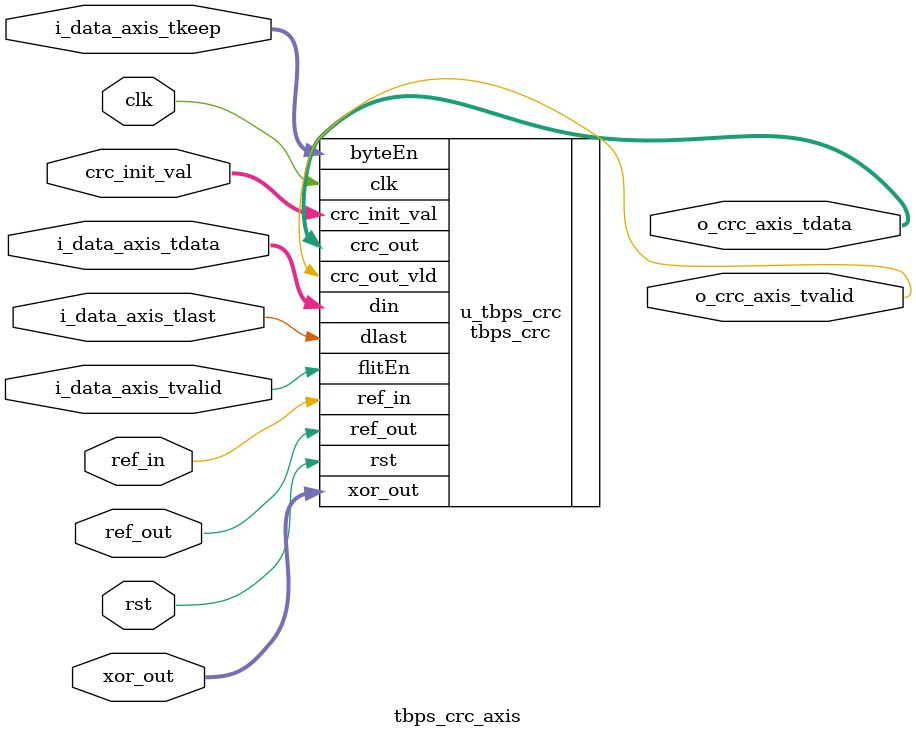
<source format=sv>
/**
Copyright (c) 2025, Qianfeng (Clark) Shen
All rights reserved.

This source code is licensed under the BSD-style license found in the
LICENSE file in the root directory of this source tree.
 * @author Qianfeng (Clark) Shen
 * @email qianfeng.shen@gmail.com
 * @create date 2022-03-18 13:57:54
 * @modify date 2025-08-02 15:45:33
 */

/*
================================================================================
 USAGE GUIDE: tbps_crc_axis
================================================================================
This module wraps a CRC generator with AXI-Stream (AXIS) bus interfaces for easy integration.

Parameters:
  // Implementation parameters:
  - DWIDTH:     Data width in bits (must be a multiple of 8, e.g., 64, 512, 768)
  - PIPE_LVL:   Number of pipeline stages for fmax/area/latency tradeoff
  - REV_PIPE_EN_ONEHOT: Revert pipeline enable one-hot code, controls whether to register corresponding revert pipeline stages
    there are log2(DWIDTH/8) revert stages, by default, all pipeline stages are registered

  // CRC polynomial parameters:
  - CRC_WIDTH:  Width of the CRC output (e.g., 16 for CRC-16)
  - CRC_POLY:   CRC polynomial (hexadecimal, e.g., 16'hda5f)

Ports:

  - clk:                Clock input
  - rst:                Synchronous reset (active high)
  // Dynamic CRC control inputs:
  - crc_init_val:  Initial CRC value [CRC_WIDTH-1:0] (input)
  - xor_out:       Value to XOR with CRC result before output (input)
  - ref_in:        Reflect input bytes (bit reversal per byte, input)
  - ref_out:       Reflect output CRC (bit reversal, input)
  // Input data bus
  - i_data_axis_tdata:  AXIS input data bus [DWIDTH-1:0]
  - i_data_axis_tkeep:  AXIS input byte enable mask [DWIDTH/8-1:0]
  - i_data_axis_tlast:  AXIS input last signal (asserted on last data beat)
  - i_data_axis_tvalid: AXIS input valid strobe
  // Output ports:
  - o_crc_axis_tdata:   AXIS output CRC value [CRC_WIDTH-1:0]
  - o_crc_axis_tvalid:  AXIS output valid strobe (asserted when o_crc_axis_tdata is valid)

Usage:

  - Set crc_init_val, xor_out, ref_in, and ref_out as needed for your CRC configuration.
  - Assert i_data_axis_tvalid when i_data_axis_tdata and i_data_axis_tkeep are valid.
  - Set i_data_axis_tlast high on the last data beat of a packet.
  - o_crc_axis_tdata and o_crc_axis_tvalid will be asserted with the computed CRC after the last beat.
  - The module supports pipelined operation for high-throughput designs.

Example instantiation:

  tbps_crc_axis #(
    .DWIDTH(256),
    .CRC_WIDTH(16),
    .PIPE_LVL(2),
    .CRC_POLY(16'h1021)
  ) u_tbps_crc_axis (
    .clk(clk),
    .rst(rst),
    .crc_init_val(16'hFFFF),
    .xor_out(16'h0000),
    .ref_in(1'b1),
    .ref_out(1'b1),
    .i_data_axis_tdata(i_data_axis_tdata),
    .i_data_axis_tkeep(i_data_axis_tkeep),
    .i_data_axis_tlast(i_data_axis_tlast),
    .i_data_axis_tvalid(i_data_axis_tvalid),
    .o_crc_axis_tdata(o_crc_axis_tdata),
    .o_crc_axis_tvalid(o_crc_axis_tvalid)
  );
================================================================================
*/

`timescale 1ps / 1ps
module tbps_crc_axis #(
    /*
        Implementation parameters:
    */
    // Data width in bits (must be a multiple of 8)
    parameter int DWIDTH = 512,
    // Number of pipeline stages (latency control)
    parameter int PIPE_LVL = 0,
    // Revert pipeline enable one-hot code, controls whether to register corresponding pipeline stages, default is all stages enabled
    parameter int REV_PIPE_EN_ONEHOT = 32'hffffffff,

    /*
        CRC polynomial parameters:
    */
    // CRC output width in bits
    parameter int CRC_WIDTH = 16,
    // CRC polynomial in hexadecimal format
    parameter CRC_POLY = 16'hda5f
) (
    // Clock signal
    input logic clk,
    // Synchronous reset (active high)
    input logic rst,
    // AXIS input data bus
    input logic [DWIDTH-1:0] i_data_axis_tdata,
    // AXIS input byte enable mask
    input logic [DWIDTH/8-1:0] i_data_axis_tkeep,
    // AXIS input last signal (asserted on last data beat)
    input logic i_data_axis_tlast,
    // AXIS input valid strobe
    input logic i_data_axis_tvalid,
    // CRC initial value
    input logic [CRC_WIDTH-1:0] crc_init_val,
    // Value to XOR with CRC result before output
    input logic [CRC_WIDTH-1:0] xor_out,
    // Reflect input bytes (bit reversal per byte)
    input logic ref_in,
    // Reflect output CRC (bit reversal)
    input logic ref_out,
    // AXIS output CRC value
    output logic [CRC_WIDTH-1:0] o_crc_axis_tdata,
    // AXIS output valid strobe (asserted when o_crc_axis_tdata is valid)
    output logic o_crc_axis_tvalid
);
    // Instantiate the CRC generator, directly connecting wrapper ports
    tbps_crc #(
        .DWIDTH(DWIDTH),
        .PIPE_LVL(PIPE_LVL),
        .REV_PIPE_EN_ONEHOT(REV_PIPE_EN_ONEHOT),
        .CRC_WIDTH(CRC_WIDTH),
        .CRC_POLY(CRC_POLY)
    ) u_tbps_crc (
        .clk(clk),
        .rst(rst),
        .crc_init_val(crc_init_val),
        .xor_out(xor_out),
        .ref_in(ref_in),
        .ref_out(ref_out),
        .din(i_data_axis_tdata),
        .byteEn(i_data_axis_tkeep),
        .dlast(i_data_axis_tlast),
        .flitEn(i_data_axis_tvalid),
        .crc_out(o_crc_axis_tdata),
        .crc_out_vld(o_crc_axis_tvalid)
    );

endmodule
</source>
